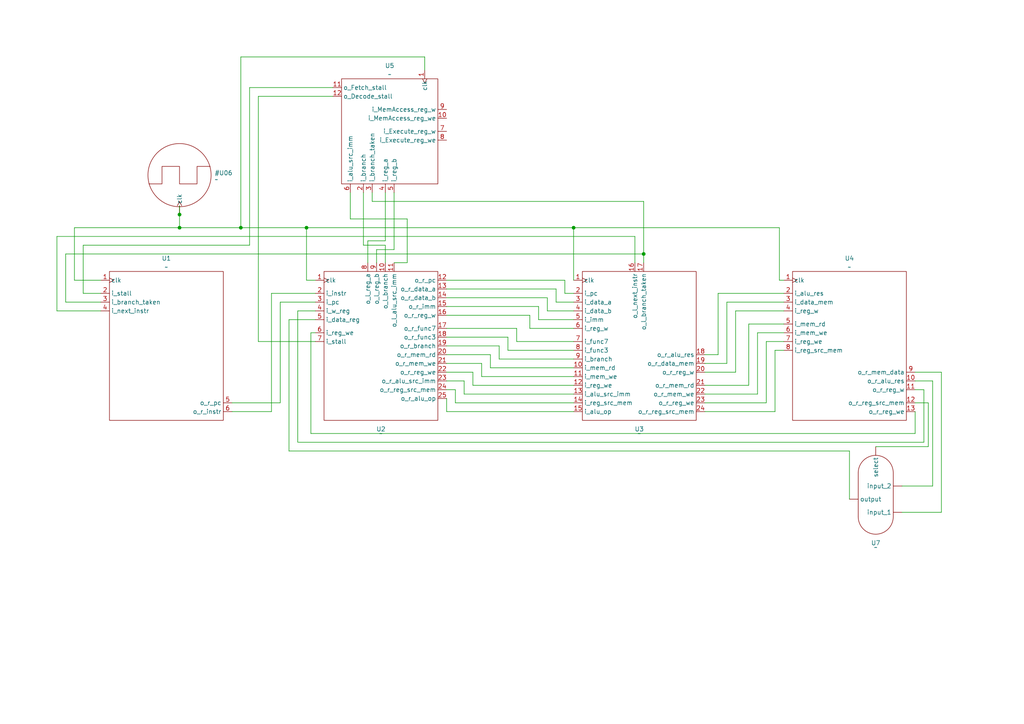
<source format=kicad_sch>
(kicad_sch (version 20231120) (generator "eeschema") (generator_version "8.0")
  (paper "A4")
  (title_block (title "Pipelined RISC-V Processor") (date "2024-07-06") (company "Giuliano Verrando"))
  (lib_symbols
    (symbol "Processor:Clk" (power) (in_bom no) (on_board no)
      (property "Reference" "U" (at 0 0 0))
      (symbol "Clk_0_1"
        (polyline (pts (xy -8.89 -2.54) (xy -5.08 -2.54) (xy -5.08 2.54) (xy 0 2.54) (xy 0 -2.54) (xy 5.08 -2.54) (xy 5.08 2.54) (xy 8.89 2.54)))
        (circle (center 0 0) (radius 9.1581))
      )
      (symbol "Clk_1_1"
        (pin output clock (at 0 -11.43 90) (length 2.54) (name "clk") (number ""))
      )
    )
    (symbol "Processor:Decode"
      (property "Reference" "U" (at 0 -0.254 0))
      (symbol "Decode_1_1"
        (rectangle (start -16.51 21.59) (end 16.51 -21.59))
        (pin input clock (at -19.05 19.05 0) (length 2.54) (name "clk") (number "1"))
        (pin output line (at 1.27 24.13 270) (length 2.54) (name "o_l_branch") (number "10"))
        (pin output line (at 3.81 24.13 270) (length 2.54) (name "o_l_alu_src_imm") (number "11"))
        (pin output line (at 19.05 19.05 180) (length 2.54) (name "o_r_pc") (number "12"))
        (pin output line (at 19.05 16.51 180) (length 2.54) (name "o_r_data_a") (number "13"))
        (pin output line (at 19.05 13.97 180) (length 2.54) (name "o_r_data_b") (number "14"))
        (pin output line (at 19.05 11.43 180) (length 2.54) (name "o_r_imm") (number "15"))
        (pin output line (at 19.05 8.89 180) (length 2.54) (name "o_r_reg_w") (number "16"))
        (pin output line (at 19.05 5.08 180) (length 2.54) (name "o_r_func7") (number "17"))
        (pin output line (at 19.05 2.54 180) (length 2.54) (name "o_r_func3") (number "18"))
        (pin output line (at 19.05 0 180) (length 2.54) (name "o_r_branch") (number "19"))
        (pin input line (at -19.05 15.24 0) (length 2.54) (name "i_instr") (number "2"))
        (pin output line (at 19.05 -2.54 180) (length 2.54) (name "o_r_mem_rd") (number "20"))
        (pin output line (at 19.05 -5.08 180) (length 2.54) (name "o_r_mem_we") (number "21"))
        (pin output line (at 19.05 -7.62 180) (length 2.54) (name "o_r_reg_we") (number "22"))
        (pin output line (at 19.05 -10.16 180) (length 2.54) (name "o_r_alu_src_imm") (number "23"))
        (pin output line (at 19.05 -12.7 180) (length 2.54) (name "o_r_reg_src_mem") (number "24"))
        (pin output line (at 19.05 -15.24 180) (length 2.54) (name "o_r_alu_op") (number "25"))
        (pin input line (at -19.05 12.7 0) (length 2.54) (name "i_pc") (number "3"))
        (pin input line (at -19.05 10.16 0) (length 2.54) (name "i_w_reg") (number "4"))
        (pin input line (at -19.05 7.62 0) (length 2.54) (name "i_data_reg") (number "5"))
        (pin input line (at -19.05 3.81 0) (length 2.54) (name "i_reg_we") (number "6"))
        (pin input line (at -19.05 1.27 0) (length 2.54) (name "i_stall") (number "7"))
        (pin output line (at -3.81 24.13 270) (length 2.54) (name "o_l_reg_a") (number "8"))
        (pin output line (at -1.27 24.13 270) (length 2.54) (name "o_l_reg_b") (number "9"))
      )
    )
    (symbol "Processor:Execute"
      (property "Reference" "U" (at 0 -0.254 0))
      (symbol "Execute_1_1"
        (rectangle (start -16.51 21.59) (end 16.51 -21.59))
        (pin input clock (at -19.05 19.05 0) (length 2.54) (name "clk") (number "1"))
        (pin input line (at -19.05 -6.35 0) (length 2.54) (name "i_mem_rd") (number "10"))
        (pin input line (at -19.05 -8.89 0) (length 2.54) (name "i_mem_we") (number "11"))
        (pin input line (at -19.05 -11.43 0) (length 2.54) (name "i_reg_we") (number "12"))
        (pin input line (at -19.05 -13.97 0) (length 2.54) (name "i_alu_src_imm") (number "13"))
        (pin input line (at -19.05 -16.51 0) (length 2.54) (name "i_reg_src_mem") (number "14"))
        (pin input line (at -19.05 -19.05 0) (length 2.54) (name "i_alu_op") (number "15"))
        (pin output line (at -1.27 24.13 270) (length 2.54) (name "o_l_next_instr") (number "16"))
        (pin output line (at 1.27 24.13 270) (length 2.54) (name "o_l_branch_taken") (number "17"))
        (pin output line (at 19.05 -2.54 180) (length 2.54) (name "o_r_alu_res") (number "18"))
        (pin output line (at 19.05 -5.08 180) (length 2.54) (name "o_r_data_mem") (number "19"))
        (pin input line (at -19.05 15.24 0) (length 2.54) (name "i_pc") (number "2"))
        (pin output line (at 19.05 -7.62 180) (length 2.54) (name "o_r_reg_w") (number "20"))
        (pin output line (at 19.05 -11.43 180) (length 2.54) (name "o_r_mem_rd") (number "21"))
        (pin output line (at 19.05 -13.97 180) (length 2.54) (name "o_r_mem_we") (number "22"))
        (pin output line (at 19.05 -16.51 180) (length 2.54) (name "o_r_reg_we") (number "23"))
        (pin output line (at 19.05 -19.05 180) (length 2.54) (name "o_r_reg_src_mem") (number "24"))
        (pin input line (at -19.05 12.7 0) (length 2.54) (name "i_data_a") (number "3"))
        (pin input line (at -19.05 10.16 0) (length 2.54) (name "i_data_b") (number "4"))
        (pin input line (at -19.05 7.62 0) (length 2.54) (name "i_imm") (number "5"))
        (pin input line (at -19.05 5.08 0) (length 2.54) (name "i_reg_w") (number "6"))
        (pin input line (at -19.05 1.27 0) (length 2.54) (name "i_func7") (number "7"))
        (pin input line (at -19.05 -1.27 0) (length 2.54) (name "i_func3") (number "8"))
        (pin input line (at -19.05 -3.81 0) (length 2.54) (name "i_branch") (number "9"))
      )
    )
    (symbol "Processor:Fetch"
      (property "Reference" "U" (at 0 -0.254 0))
      (symbol "Fetch_1_1"
        (rectangle (start -16.51 21.59) (end 16.51 -21.59))
        (pin input clock (at -19.05 19.05 0) (length 2.54) (name "clk") (number "1"))
        (pin input line (at -19.05 15.24 0) (length 2.54) (name "i_stall") (number "2"))
        (pin input line (at -19.05 12.7 0) (length 2.54) (name "i_branch_taken") (number "3"))
        (pin input line (at -19.05 10.16 0) (length 2.54) (name "i_next_instr") (number "4"))
        (pin output line (at 19.05 -16.51 180) (length 2.54) (name "o_r_pc") (number "5"))
        (pin output line (at 19.05 -19.05 180) (length 2.54) (name "o_r_instr") (number "6"))
      )
    )
    (symbol "Processor:HDU"
      (property "Reference" "U" (at 0 17.018 0))
      (symbol "HDU_0_1"
        (rectangle (start -13.97 15.24) (end 13.97 -15.24))
      )
      (symbol "HDU_1_1"
        (pin input clock (at 10.16 17.78 270) (length 2.54) (name "clk") (number "1"))
        (pin output line (at 16.51 3.81 180) (length 2.54) (name "i_MemAccess_reg_we") (number "10"))
        (pin output line (at -16.51 12.7 0) (length 2.54) (name "o_Fetch_stall") (number "11"))
        (pin output line (at -16.51 10.16 0) (length 2.54) (name "o_Decode_stall") (number "12"))
        (pin input line (at -7.62 -17.78 90) (length 2.54) (name "i_branch") (number "2"))
        (pin input line (at -5.08 -17.78 90) (length 2.54) (name "i_branch_taken") (number "3"))
        (pin input line (at -1.27 -17.78 90) (length 2.54) (name "i_reg_a") (number "4"))
        (pin input line (at 1.27 -17.78 90) (length 2.54) (name "i_reg_b") (number "5"))
        (pin input line (at -11.43 -17.78 90) (length 2.54) (name "i_alu_src_imm") (number "6"))
        (pin output line (at 16.51 0 180) (length 2.54) (name "i_Execute_reg_w") (number "7"))
        (pin output line (at 16.51 -2.54 180) (length 2.54) (name "i_Execute_reg_we") (number "8"))
        (pin output line (at 16.51 6.35 180) (length 2.54) (name "i_MemAccess_reg_w") (number "9"))
      )
    )
    (symbol "Processor:MemoryAccess"
      (property "Reference" "U" (at 0 -0.254 0))
      (symbol "MemoryAccess_1_1"
        (rectangle (start -16.51 21.59) (end 16.51 -21.59))
        (pin input clock (at -19.05 19.05 0) (length 2.54) (name "clk") (number "1"))
        (pin output line (at 19.05 -10.16 180) (length 2.54) (name "o_r_alu_res") (number "10"))
        (pin output line (at 19.05 -12.7 180) (length 2.54) (name "o_r_reg_w") (number "11"))
        (pin output line (at 19.05 -16.51 180) (length 2.54) (name "o_r_reg_src_mem") (number "12"))
        (pin output line (at 19.05 -19.05 180) (length 2.54) (name "o_r_reg_we") (number "13"))
        (pin input line (at -19.05 15.24 0) (length 2.54) (name "i_alu_res") (number "2"))
        (pin input line (at -19.05 12.7 0) (length 2.54) (name "i_data_mem") (number "3"))
        (pin input line (at -19.05 10.16 0) (length 2.54) (name "i_reg_w") (number "4"))
        (pin input line (at -19.05 6.35 0) (length 2.54) (name "i_mem_rd") (number "5"))
        (pin input line (at -19.05 3.81 0) (length 2.54) (name "i_mem_we") (number "6"))
        (pin input line (at -19.05 1.27 0) (length 2.54) (name "i_reg_we") (number "7"))
        (pin input line (at -19.05 -1.27 0) (length 2.54) (name "i_reg_src_mem") (number "8"))
        (pin output line (at 19.05 -7.62 180) (length 2.54) (name "o_r_mem_data") (number "9"))
      )
    )
    (symbol "Processor:mux2"
      (property "Reference" "U" (at 0 14.224 0))
      (symbol "mux2_0_1"
        (arc (start -5.08 -6.35) (mid 0 -11.43) (end 5.08 -6.35))
        (polyline (pts (xy -5.08 6.35) (xy -5.08 -6.35)))
        (polyline (pts (xy 5.08 6.35) (xy 5.08 -6.35)))
        (arc (start 5.08 6.35) (mid 0 11.43) (end -5.08 6.35))
      )
      (symbol "mux2_1_1"
        (pin input line (at -7.62 5.08 0) (length 2.54) (name "input_1") (number ""))
        (pin input line (at -7.62 -2.54 0) (length 2.54) (name "input_2") (number ""))
        (pin output line (at 7.62 1.27 180) (length 2.54) (name "output") (number ""))
        (pin input line (at 0 -13.97 90) (length 2.54) (name "select") (number ""))
      )
    )
  )
  (junction (at 52.07 62.23))
  (junction (at 166.37 66.04))
  (junction (at 88.9 66.04))
  (junction (at 52.07 66.04))
  (junction (at 186.69 73.66))
  (junction (at 69.85 66.04))
  (wire (pts (xy 153.67 91.44) (xy 153.67 95.25)))
  (wire (pts (xy 24.13 71.12) (xy 72.39 71.12)))
  (wire (pts (xy 226.06 66.04) (xy 226.06 81.28)))
  (wire (pts (xy 254 129.54) (xy 269.24 129.54)))
  (wire (pts (xy 186.69 76.2) (xy 186.69 73.66)))
  (wire (pts (xy 78.74 119.38) (xy 78.74 85.09)))
  (wire (pts (xy 265.43 113.03) (xy 267.97 113.03)))
  (wire (pts (xy 265.43 119.38) (xy 265.43 125.73)))
  (wire (pts (xy 149.86 95.25) (xy 149.86 99.06)))
  (wire (pts (xy 204.47 116.84) (xy 222.25 116.84)))
  (wire (pts (xy 90.17 96.52) (xy 91.44 96.52)))
  (wire (pts (xy 186.69 58.42) (xy 107.95 58.42)))
  (wire (pts (xy 129.54 107.95) (xy 137.16 107.95)))
  (wire (pts (xy 246.38 130.81) (xy 83.82 130.81)))
  (wire (pts (xy 24.13 85.09) (xy 29.21 85.09)))
  (wire (pts (xy 129.54 91.44) (xy 153.67 91.44)))
  (wire (pts (xy 88.9 66.04) (xy 88.9 81.28)))
  (wire (pts (xy 204.47 102.87) (xy 208.28 102.87)))
  (wire (pts (xy 90.17 125.73) (xy 90.17 96.52)))
  (wire (pts (xy 67.31 119.38) (xy 78.74 119.38)))
  (wire (pts (xy 208.28 102.87) (xy 208.28 85.09)))
  (wire (pts (xy 16.51 90.17) (xy 29.21 90.17)))
  (wire (pts (xy 105.41 55.88) (xy 105.41 71.12)))
  (wire (pts (xy 69.85 66.04) (xy 88.9 66.04)))
  (wire (pts (xy 21.59 66.04) (xy 21.59 81.28)))
  (wire (pts (xy 265.43 125.73) (xy 90.17 125.73)))
  (wire (pts (xy 111.76 55.88) (xy 111.76 69.85)))
  (wire (pts (xy 208.28 85.09) (xy 227.33 85.09)))
  (wire (pts (xy 265.43 116.84) (xy 269.24 116.84)))
  (wire (pts (xy 137.16 111.76) (xy 166.37 111.76)))
  (wire (pts (xy 106.68 69.85) (xy 111.76 69.85)))
  (wire (pts (xy 88.9 66.04) (xy 166.37 66.04)))
  (wire (pts (xy 246.38 130.81) (xy 246.38 144.78)))
  (wire (pts (xy 224.79 101.6) (xy 227.33 101.6)))
  (wire (pts (xy 118.11 63.5) (xy 101.6 63.5)))
  (wire (pts (xy 129.54 86.36) (xy 158.75 86.36)))
  (wire (pts (xy 129.54 95.25) (xy 149.86 95.25)))
  (wire (pts (xy 265.43 107.95) (xy 273.05 107.95)))
  (wire (pts (xy 111.76 71.12) (xy 105.41 71.12)))
  (wire (pts (xy 19.05 87.63) (xy 29.21 87.63)))
  (wire (pts (xy 219.71 114.3) (xy 219.71 96.52)))
  (wire (pts (xy 261.62 148.59) (xy 273.05 148.59)))
  (wire (pts (xy 83.82 130.81) (xy 83.82 92.71)))
  (wire (pts (xy 161.29 83.82) (xy 161.29 87.63)))
  (wire (pts (xy 86.36 90.17) (xy 91.44 90.17)))
  (wire (pts (xy 137.16 107.95) (xy 137.16 111.76)))
  (wire (pts (xy 88.9 81.28) (xy 91.44 81.28)))
  (wire (pts (xy 16.51 68.58) (xy 16.51 90.17)))
  (wire (pts (xy 210.82 87.63) (xy 227.33 87.63)))
  (wire (pts (xy 226.06 81.28) (xy 227.33 81.28)))
  (wire (pts (xy 156.21 92.71) (xy 166.37 92.71)))
  (wire (pts (xy 132.08 113.03) (xy 132.08 116.84)))
  (wire (pts (xy 129.54 81.28) (xy 163.83 81.28)))
  (wire (pts (xy 109.22 72.39) (xy 114.3 72.39)))
  (wire (pts (xy 149.86 99.06) (xy 166.37 99.06)))
  (wire (pts (xy 204.47 107.95) (xy 213.36 107.95)))
  (wire (pts (xy 213.36 107.95) (xy 213.36 90.17)))
  (wire (pts (xy 153.67 95.25) (xy 166.37 95.25)))
  (wire (pts (xy 158.75 90.17) (xy 166.37 90.17)))
  (wire (pts (xy 107.95 58.42) (xy 107.95 55.88)))
  (wire (pts (xy 184.15 76.2) (xy 184.15 68.58)))
  (wire (pts (xy 267.97 128.27) (xy 86.36 128.27)))
  (wire (pts (xy 52.07 66.04) (xy 69.85 66.04)))
  (wire (pts (xy 134.62 114.3) (xy 166.37 114.3)))
  (wire (pts (xy 186.69 73.66) (xy 19.05 73.66)))
  (wire (pts (xy 21.59 81.28) (xy 29.21 81.28)))
  (wire (pts (xy 118.11 76.2) (xy 118.11 63.5)))
  (wire (pts (xy 139.7 105.41) (xy 139.7 109.22)))
  (wire (pts (xy 129.54 88.9) (xy 156.21 88.9)))
  (wire (pts (xy 269.24 116.84) (xy 269.24 129.54)))
  (wire (pts (xy 142.24 102.87) (xy 142.24 106.68)))
  (wire (pts (xy 81.28 116.84) (xy 81.28 87.63)))
  (wire (pts (xy 19.05 73.66) (xy 19.05 87.63)))
  (wire (pts (xy 129.54 83.82) (xy 161.29 83.82)))
  (wire (pts (xy 222.25 99.06) (xy 227.33 99.06)))
  (wire (pts (xy 114.3 76.2) (xy 118.11 76.2)))
  (wire (pts (xy 52.07 59.69) (xy 52.07 62.23)))
  (wire (pts (xy 78.74 85.09) (xy 91.44 85.09)))
  (wire (pts (xy 69.85 66.04) (xy 69.85 16.51)))
  (wire (pts (xy 158.75 86.36) (xy 158.75 90.17)))
  (wire (pts (xy 166.37 66.04) (xy 166.37 81.28)))
  (wire (pts (xy 83.82 92.71) (xy 91.44 92.71)))
  (wire (pts (xy 109.22 76.2) (xy 109.22 72.39)))
  (wire (pts (xy 273.05 107.95) (xy 273.05 148.59)))
  (wire (pts (xy 217.17 111.76) (xy 217.17 93.98)))
  (wire (pts (xy 261.62 140.97) (xy 270.51 140.97)))
  (wire (pts (xy 129.54 102.87) (xy 142.24 102.87)))
  (wire (pts (xy 81.28 87.63) (xy 91.44 87.63)))
  (wire (pts (xy 163.83 81.28) (xy 163.83 85.09)))
  (wire (pts (xy 129.54 100.33) (xy 144.78 100.33)))
  (wire (pts (xy 114.3 55.88) (xy 114.3 72.39)))
  (wire (pts (xy 52.07 62.23) (xy 52.07 66.04)))
  (wire (pts (xy 96.52 25.4) (xy 72.39 25.4)))
  (wire (pts (xy 111.76 76.2) (xy 111.76 71.12)))
  (wire (pts (xy 210.82 105.41) (xy 210.82 87.63)))
  (wire (pts (xy 132.08 116.84) (xy 166.37 116.84)))
  (wire (pts (xy 163.83 85.09) (xy 166.37 85.09)))
  (wire (pts (xy 106.68 76.2) (xy 106.68 69.85)))
  (wire (pts (xy 52.07 66.04) (xy 21.59 66.04)))
  (wire (pts (xy 129.54 113.03) (xy 132.08 113.03)))
  (wire (pts (xy 213.36 90.17) (xy 227.33 90.17)))
  (wire (pts (xy 72.39 25.4) (xy 72.39 71.12)))
  (wire (pts (xy 267.97 113.03) (xy 267.97 128.27)))
  (wire (pts (xy 184.15 68.58) (xy 16.51 68.58)))
  (wire (pts (xy 161.29 87.63) (xy 166.37 87.63)))
  (wire (pts (xy 139.7 109.22) (xy 166.37 109.22)))
  (wire (pts (xy 144.78 104.14) (xy 166.37 104.14)))
  (wire (pts (xy 224.79 119.38) (xy 224.79 101.6)))
  (wire (pts (xy 129.54 115.57) (xy 129.54 119.38)))
  (wire (pts (xy 74.93 27.94) (xy 74.93 99.06)))
  (wire (pts (xy 156.21 88.9) (xy 156.21 92.71)))
  (wire (pts (xy 219.71 96.52) (xy 227.33 96.52)))
  (wire (pts (xy 204.47 119.38) (xy 224.79 119.38)))
  (wire (pts (xy 24.13 71.12) (xy 24.13 85.09)))
  (wire (pts (xy 144.78 100.33) (xy 144.78 104.14)))
  (wire (pts (xy 142.24 106.68) (xy 166.37 106.68)))
  (wire (pts (xy 204.47 105.41) (xy 210.82 105.41)))
  (wire (pts (xy 166.37 66.04) (xy 226.06 66.04)))
  (wire (pts (xy 265.43 110.49) (xy 270.51 110.49)))
  (wire (pts (xy 204.47 111.76) (xy 217.17 111.76)))
  (wire (pts (xy 129.54 97.79) (xy 147.32 97.79)))
  (wire (pts (xy 86.36 128.27) (xy 86.36 90.17)))
  (wire (pts (xy 123.19 16.51) (xy 123.19 20.32)))
  (wire (pts (xy 129.54 105.41) (xy 139.7 105.41)))
  (wire (pts (xy 129.54 110.49) (xy 134.62 110.49)))
  (wire (pts (xy 134.62 110.49) (xy 134.62 114.3)))
  (wire (pts (xy 186.69 58.42) (xy 186.69 73.66)))
  (wire (pts (xy 147.32 101.6) (xy 166.37 101.6)))
  (wire (pts (xy 204.47 114.3) (xy 219.71 114.3)))
  (wire (pts (xy 69.85 16.51) (xy 123.19 16.51)))
  (wire (pts (xy 217.17 93.98) (xy 227.33 93.98)))
  (wire (pts (xy 96.52 27.94) (xy 74.93 27.94)))
  (wire (pts (xy 270.51 110.49) (xy 270.51 140.97)))
  (wire (pts (xy 129.54 119.38) (xy 166.37 119.38)))
  (wire (pts (xy 222.25 116.84) (xy 222.25 99.06)))
  (wire (pts (xy 74.93 99.06) (xy 91.44 99.06)))
  (wire (pts (xy 147.32 97.79) (xy 147.32 101.6)))
  (wire (pts (xy 67.31 116.84) (xy 81.28 116.84)))
  (wire (pts (xy 101.6 55.88) (xy 101.6 63.5)))
  (symbol (lib_id "Processor:MemoryAccess") (at 246.38 100.33 0) (unit 1)
    (property "Reference" "U4" (at 246.38 74.93 0))
    (property "Value" "~" (at 246.38 77.47 0))
  )
  (symbol (lib_id "Processor:Execute") (at 185.42 100.33 0) (unit 1)
    (property "Reference" "U3" (at 185.42 124.46 0))
    (property "Value" "~" (at 185.42 125.73 0))
  )
  (symbol (lib_id "Processor:Decode") (at 110.49 100.33 0) (unit 1)
    (property "Reference" "U2" (at 110.49 124.46 0))
    (property "Value" "~" (at 110.49 125.73 0))
  )
  (symbol (lib_id "Processor:Fetch") (at 48.26 100.33 0) (unit 1)
    (property "Reference" "U1" (at 48.26 74.93 0))
    (property "Value" "~" (at 48.26 77.47 0))
  )
  (symbol (lib_id "Processor:HDU") (at 113.03 38.1 0) (unit 1)
    (property "Reference" "U5" (at 113.03 19.05 0))
    (property "Value" "~" (at 113.03 21.59 0))
  )
  (symbol (lib_id "Processor:mux2") (at 254 143.51 180) (unit 1)
    (property "Reference" "U7" (at 254 157.48 0))
    (property "Value" "~" (at 254 158.75 0))
  )
  (symbol (lib_id "Processor:Clk") (at 52.07 50.8 0) (unit 1) (in_bom no) (on_board no)
    (property "Reference" "U06" (at 62.23 50.1649 0) (effects (justify left)))
    (property "Value" "~" (at 62.23 52.07 0) (effects (justify left)))
  )
)
</source>
